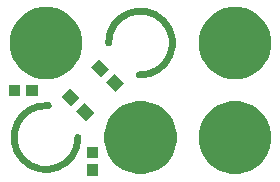
<source format=gts>
%TF.GenerationSoftware,KiCad,Pcbnew,5.0.2-bee76a0~70~ubuntu16.04.1*%
%TF.CreationDate,2019-01-01T17:35:33-08:00*%
%TF.ProjectId,2x3-LED-RGB-Mini-Neopixel-SMT,3278332d-4c45-4442-9d52-47422d4d696e,1.0*%
%TF.SameCoordinates,Original*%
%TF.FileFunction,Soldermask,Top*%
%TF.FilePolarity,Negative*%
%FSLAX46Y46*%
G04 Gerber Fmt 4.6, Leading zero omitted, Abs format (unit mm)*
G04 Created by KiCad (PCBNEW 5.0.2-bee76a0~70~ubuntu16.04.1) date Tue Jan  1 17:35:33 2019*
%MOMM*%
%LPD*%
G01*
G04 APERTURE LIST*
%ADD10C,0.600000*%
%ADD11C,0.350000*%
G04 APERTURE END LIST*
D10*
X18307397Y-38000000D02*
G75*
G02X15800000Y-35300000I-2707397J0D01*
G01*
X20898149Y-30000000D02*
G75*
G02X23500000Y-32700000I2701851J0D01*
G01*
D11*
G36*
X19966784Y-41226246D02*
X19064384Y-41226246D01*
X19064384Y-40273846D01*
X19966784Y-40273846D01*
X19966784Y-41226246D01*
X19966784Y-41226246D01*
G37*
G36*
X32497296Y-35042017D02*
X33057125Y-35273906D01*
X33057127Y-35273907D01*
X33560963Y-35610560D01*
X33989439Y-36039036D01*
X34326094Y-36542875D01*
X34557983Y-37102704D01*
X34676200Y-37697021D01*
X34676200Y-38302979D01*
X34557983Y-38897296D01*
X34326094Y-39457125D01*
X34326093Y-39457127D01*
X33989440Y-39960963D01*
X33560963Y-40389440D01*
X33057127Y-40726093D01*
X33057126Y-40726094D01*
X33057125Y-40726094D01*
X32497296Y-40957983D01*
X31902979Y-41076200D01*
X31297021Y-41076200D01*
X30702704Y-40957983D01*
X30142875Y-40726094D01*
X30142874Y-40726094D01*
X30142873Y-40726093D01*
X29639037Y-40389440D01*
X29210560Y-39960963D01*
X28873907Y-39457127D01*
X28873906Y-39457125D01*
X28642017Y-38897296D01*
X28523800Y-38302979D01*
X28523800Y-37697021D01*
X28642017Y-37102704D01*
X28873906Y-36542875D01*
X29210561Y-36039036D01*
X29639037Y-35610560D01*
X30142873Y-35273907D01*
X30142875Y-35273906D01*
X30702704Y-35042017D01*
X31297021Y-34923800D01*
X31902979Y-34923800D01*
X32497296Y-35042017D01*
X32497296Y-35042017D01*
G37*
G36*
X24497296Y-35042017D02*
X25057125Y-35273906D01*
X25057127Y-35273907D01*
X25560963Y-35610560D01*
X25989439Y-36039036D01*
X26326094Y-36542875D01*
X26557983Y-37102704D01*
X26676200Y-37697021D01*
X26676200Y-38302979D01*
X26557983Y-38897296D01*
X26326094Y-39457125D01*
X26326093Y-39457127D01*
X25989440Y-39960963D01*
X25560963Y-40389440D01*
X25057127Y-40726093D01*
X25057126Y-40726094D01*
X25057125Y-40726094D01*
X24497296Y-40957983D01*
X23902979Y-41076200D01*
X23297021Y-41076200D01*
X22702704Y-40957983D01*
X22142875Y-40726094D01*
X22142874Y-40726094D01*
X22142873Y-40726093D01*
X21639037Y-40389440D01*
X21210560Y-39960963D01*
X20873907Y-39457127D01*
X20873906Y-39457125D01*
X20642017Y-38897296D01*
X20523800Y-38302979D01*
X20523800Y-37697021D01*
X20642017Y-37102704D01*
X20873906Y-36542875D01*
X21210561Y-36039036D01*
X21639037Y-35610560D01*
X22142873Y-35273907D01*
X22142875Y-35273906D01*
X22702704Y-35042017D01*
X23297021Y-34923800D01*
X23902979Y-34923800D01*
X24497296Y-35042017D01*
X24497296Y-35042017D01*
G37*
G36*
X19966784Y-39726246D02*
X19064384Y-39726246D01*
X19064384Y-38773846D01*
X19966784Y-38773846D01*
X19966784Y-39726246D01*
X19966784Y-39726246D01*
G37*
G36*
X19693119Y-35884188D02*
X18984315Y-36592992D01*
X18169445Y-35778122D01*
X18878249Y-35069318D01*
X19693119Y-35884188D01*
X19693119Y-35884188D01*
G37*
G36*
X18455682Y-34646751D02*
X17746878Y-35355555D01*
X16932008Y-34540685D01*
X17640812Y-33831881D01*
X18455682Y-34646751D01*
X18455682Y-34646751D01*
G37*
G36*
X14901200Y-34476200D02*
X13948800Y-34476200D01*
X13948800Y-33573800D01*
X14901200Y-33573800D01*
X14901200Y-34476200D01*
X14901200Y-34476200D01*
G37*
G36*
X13401200Y-34476200D02*
X12448800Y-34476200D01*
X12448800Y-33573800D01*
X13401200Y-33573800D01*
X13401200Y-34476200D01*
X13401200Y-34476200D01*
G37*
G36*
X22167992Y-33409315D02*
X21459188Y-34118119D01*
X20644318Y-33303249D01*
X21353122Y-32594445D01*
X22167992Y-33409315D01*
X22167992Y-33409315D01*
G37*
G36*
X32497296Y-27042017D02*
X33057125Y-27273906D01*
X33057127Y-27273907D01*
X33560963Y-27610560D01*
X33989439Y-28039036D01*
X34326094Y-28542875D01*
X34557983Y-29102704D01*
X34676200Y-29697021D01*
X34676200Y-30302979D01*
X34557983Y-30897296D01*
X34367564Y-31357008D01*
X34326093Y-31457127D01*
X33989440Y-31960963D01*
X33560963Y-32389440D01*
X33057127Y-32726093D01*
X33057126Y-32726094D01*
X33057125Y-32726094D01*
X32497296Y-32957983D01*
X31902979Y-33076200D01*
X31297021Y-33076200D01*
X30702704Y-32957983D01*
X30142875Y-32726094D01*
X30142874Y-32726094D01*
X30142873Y-32726093D01*
X29639037Y-32389440D01*
X29210560Y-31960963D01*
X28873907Y-31457127D01*
X28832436Y-31357008D01*
X28642017Y-30897296D01*
X28523800Y-30302979D01*
X28523800Y-29697021D01*
X28642017Y-29102704D01*
X28873906Y-28542875D01*
X29210561Y-28039036D01*
X29639037Y-27610560D01*
X30142873Y-27273907D01*
X30142875Y-27273906D01*
X30702704Y-27042017D01*
X31297021Y-26923800D01*
X31902979Y-26923800D01*
X32497296Y-27042017D01*
X32497296Y-27042017D01*
G37*
G36*
X16497296Y-27042017D02*
X17057125Y-27273906D01*
X17057127Y-27273907D01*
X17560963Y-27610560D01*
X17989439Y-28039036D01*
X18326094Y-28542875D01*
X18557983Y-29102704D01*
X18676200Y-29697021D01*
X18676200Y-30302979D01*
X18557983Y-30897296D01*
X18367564Y-31357008D01*
X18326093Y-31457127D01*
X17989440Y-31960963D01*
X17560963Y-32389440D01*
X17057127Y-32726093D01*
X17057126Y-32726094D01*
X17057125Y-32726094D01*
X16497296Y-32957983D01*
X15902979Y-33076200D01*
X15297021Y-33076200D01*
X14702704Y-32957983D01*
X14142875Y-32726094D01*
X14142874Y-32726094D01*
X14142873Y-32726093D01*
X13639037Y-32389440D01*
X13210560Y-31960963D01*
X12873907Y-31457127D01*
X12832436Y-31357008D01*
X12642017Y-30897296D01*
X12523800Y-30302979D01*
X12523800Y-29697021D01*
X12642017Y-29102704D01*
X12873906Y-28542875D01*
X13210561Y-28039036D01*
X13639037Y-27610560D01*
X14142873Y-27273907D01*
X14142875Y-27273906D01*
X14702704Y-27042017D01*
X15297021Y-26923800D01*
X15902979Y-26923800D01*
X16497296Y-27042017D01*
X16497296Y-27042017D01*
G37*
G36*
X20930555Y-32171878D02*
X20221751Y-32880682D01*
X19406881Y-32065812D01*
X20115685Y-31357008D01*
X20930555Y-32171878D01*
X20930555Y-32171878D01*
G37*
M02*

</source>
